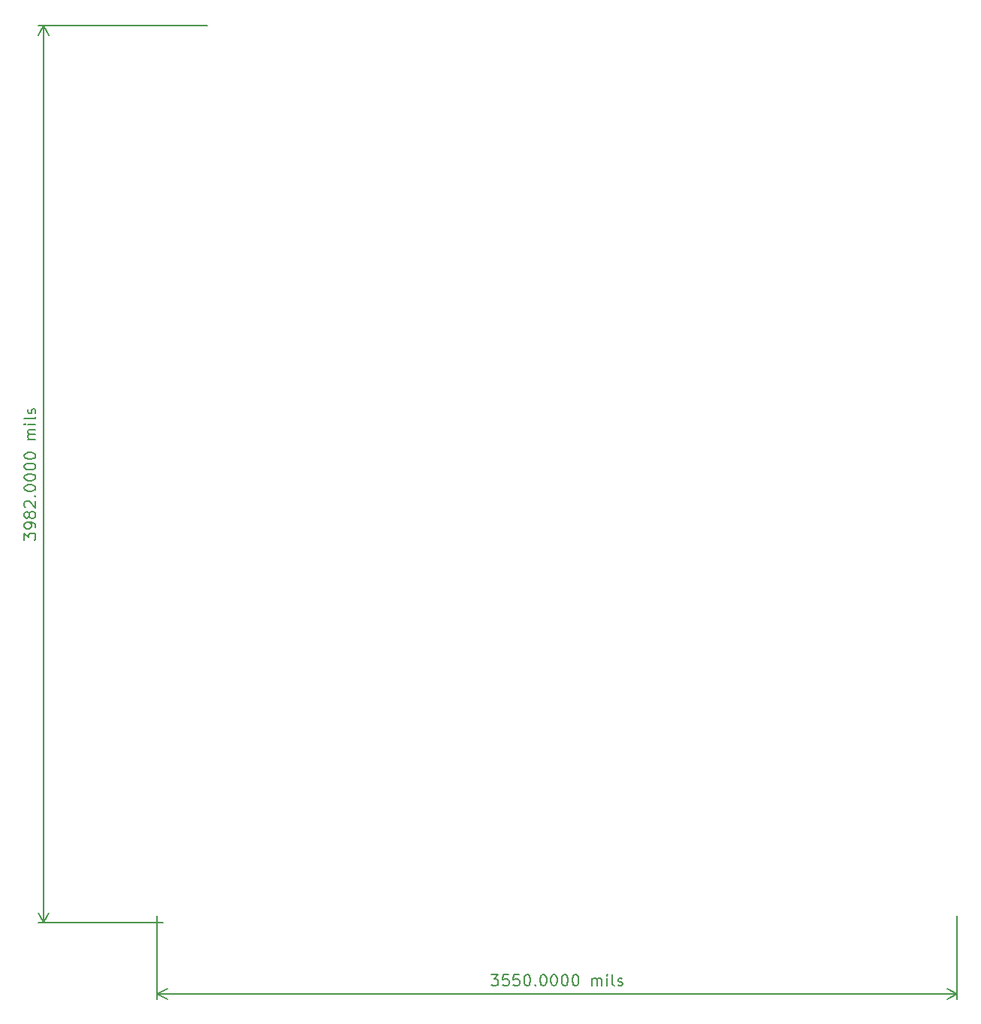
<source format=gbr>
%TF.GenerationSoftware,KiCad,Pcbnew,7.0.5*%
%TF.CreationDate,2023-06-28T17:56:54-04:00*%
%TF.ProjectId,magnetotorqer-drive-board,6d61676e-6574-46f7-946f-727165722d64,A*%
%TF.SameCoordinates,Original*%
%TF.FileFunction,OtherDrawing,Comment*%
%FSLAX46Y46*%
G04 Gerber Fmt 4.6, Leading zero omitted, Abs format (unit mm)*
G04 Created by KiCad (PCBNEW 7.0.5) date 2023-06-28 17:56:54*
%MOMM*%
%LPD*%
G01*
G04 APERTURE LIST*
%ADD10C,0.203200*%
%ADD11C,0.150000*%
G04 APERTURE END LIST*
D10*
X48513041Y-109267171D02*
X48513041Y-108480980D01*
X48513041Y-108480980D02*
X48996850Y-108904314D01*
X48996850Y-108904314D02*
X48996850Y-108722885D01*
X48996850Y-108722885D02*
X49057326Y-108601933D01*
X49057326Y-108601933D02*
X49117803Y-108541457D01*
X49117803Y-108541457D02*
X49238755Y-108480980D01*
X49238755Y-108480980D02*
X49541136Y-108480980D01*
X49541136Y-108480980D02*
X49662088Y-108541457D01*
X49662088Y-108541457D02*
X49722565Y-108601933D01*
X49722565Y-108601933D02*
X49783041Y-108722885D01*
X49783041Y-108722885D02*
X49783041Y-109085742D01*
X49783041Y-109085742D02*
X49722565Y-109206695D01*
X49722565Y-109206695D02*
X49662088Y-109267171D01*
X49783041Y-107876218D02*
X49783041Y-107634314D01*
X49783041Y-107634314D02*
X49722565Y-107513361D01*
X49722565Y-107513361D02*
X49662088Y-107452885D01*
X49662088Y-107452885D02*
X49480660Y-107331933D01*
X49480660Y-107331933D02*
X49238755Y-107271456D01*
X49238755Y-107271456D02*
X48754945Y-107271456D01*
X48754945Y-107271456D02*
X48633993Y-107331933D01*
X48633993Y-107331933D02*
X48573517Y-107392409D01*
X48573517Y-107392409D02*
X48513041Y-107513361D01*
X48513041Y-107513361D02*
X48513041Y-107755266D01*
X48513041Y-107755266D02*
X48573517Y-107876218D01*
X48573517Y-107876218D02*
X48633993Y-107936695D01*
X48633993Y-107936695D02*
X48754945Y-107997171D01*
X48754945Y-107997171D02*
X49057326Y-107997171D01*
X49057326Y-107997171D02*
X49178279Y-107936695D01*
X49178279Y-107936695D02*
X49238755Y-107876218D01*
X49238755Y-107876218D02*
X49299231Y-107755266D01*
X49299231Y-107755266D02*
X49299231Y-107513361D01*
X49299231Y-107513361D02*
X49238755Y-107392409D01*
X49238755Y-107392409D02*
X49178279Y-107331933D01*
X49178279Y-107331933D02*
X49057326Y-107271456D01*
X49057326Y-106545742D02*
X48996850Y-106666694D01*
X48996850Y-106666694D02*
X48936374Y-106727171D01*
X48936374Y-106727171D02*
X48815422Y-106787647D01*
X48815422Y-106787647D02*
X48754945Y-106787647D01*
X48754945Y-106787647D02*
X48633993Y-106727171D01*
X48633993Y-106727171D02*
X48573517Y-106666694D01*
X48573517Y-106666694D02*
X48513041Y-106545742D01*
X48513041Y-106545742D02*
X48513041Y-106303837D01*
X48513041Y-106303837D02*
X48573517Y-106182885D01*
X48573517Y-106182885D02*
X48633993Y-106122409D01*
X48633993Y-106122409D02*
X48754945Y-106061932D01*
X48754945Y-106061932D02*
X48815422Y-106061932D01*
X48815422Y-106061932D02*
X48936374Y-106122409D01*
X48936374Y-106122409D02*
X48996850Y-106182885D01*
X48996850Y-106182885D02*
X49057326Y-106303837D01*
X49057326Y-106303837D02*
X49057326Y-106545742D01*
X49057326Y-106545742D02*
X49117803Y-106666694D01*
X49117803Y-106666694D02*
X49178279Y-106727171D01*
X49178279Y-106727171D02*
X49299231Y-106787647D01*
X49299231Y-106787647D02*
X49541136Y-106787647D01*
X49541136Y-106787647D02*
X49662088Y-106727171D01*
X49662088Y-106727171D02*
X49722565Y-106666694D01*
X49722565Y-106666694D02*
X49783041Y-106545742D01*
X49783041Y-106545742D02*
X49783041Y-106303837D01*
X49783041Y-106303837D02*
X49722565Y-106182885D01*
X49722565Y-106182885D02*
X49662088Y-106122409D01*
X49662088Y-106122409D02*
X49541136Y-106061932D01*
X49541136Y-106061932D02*
X49299231Y-106061932D01*
X49299231Y-106061932D02*
X49178279Y-106122409D01*
X49178279Y-106122409D02*
X49117803Y-106182885D01*
X49117803Y-106182885D02*
X49057326Y-106303837D01*
X48633993Y-105578123D02*
X48573517Y-105517647D01*
X48573517Y-105517647D02*
X48513041Y-105396694D01*
X48513041Y-105396694D02*
X48513041Y-105094313D01*
X48513041Y-105094313D02*
X48573517Y-104973361D01*
X48573517Y-104973361D02*
X48633993Y-104912885D01*
X48633993Y-104912885D02*
X48754945Y-104852408D01*
X48754945Y-104852408D02*
X48875898Y-104852408D01*
X48875898Y-104852408D02*
X49057326Y-104912885D01*
X49057326Y-104912885D02*
X49783041Y-105638599D01*
X49783041Y-105638599D02*
X49783041Y-104852408D01*
X49662088Y-104308123D02*
X49722565Y-104247646D01*
X49722565Y-104247646D02*
X49783041Y-104308123D01*
X49783041Y-104308123D02*
X49722565Y-104368599D01*
X49722565Y-104368599D02*
X49662088Y-104308123D01*
X49662088Y-104308123D02*
X49783041Y-104308123D01*
X48513041Y-103461456D02*
X48513041Y-103340503D01*
X48513041Y-103340503D02*
X48573517Y-103219551D01*
X48573517Y-103219551D02*
X48633993Y-103159075D01*
X48633993Y-103159075D02*
X48754945Y-103098599D01*
X48754945Y-103098599D02*
X48996850Y-103038122D01*
X48996850Y-103038122D02*
X49299231Y-103038122D01*
X49299231Y-103038122D02*
X49541136Y-103098599D01*
X49541136Y-103098599D02*
X49662088Y-103159075D01*
X49662088Y-103159075D02*
X49722565Y-103219551D01*
X49722565Y-103219551D02*
X49783041Y-103340503D01*
X49783041Y-103340503D02*
X49783041Y-103461456D01*
X49783041Y-103461456D02*
X49722565Y-103582408D01*
X49722565Y-103582408D02*
X49662088Y-103642884D01*
X49662088Y-103642884D02*
X49541136Y-103703361D01*
X49541136Y-103703361D02*
X49299231Y-103763837D01*
X49299231Y-103763837D02*
X48996850Y-103763837D01*
X48996850Y-103763837D02*
X48754945Y-103703361D01*
X48754945Y-103703361D02*
X48633993Y-103642884D01*
X48633993Y-103642884D02*
X48573517Y-103582408D01*
X48573517Y-103582408D02*
X48513041Y-103461456D01*
X48513041Y-102251932D02*
X48513041Y-102130979D01*
X48513041Y-102130979D02*
X48573517Y-102010027D01*
X48573517Y-102010027D02*
X48633993Y-101949551D01*
X48633993Y-101949551D02*
X48754945Y-101889075D01*
X48754945Y-101889075D02*
X48996850Y-101828598D01*
X48996850Y-101828598D02*
X49299231Y-101828598D01*
X49299231Y-101828598D02*
X49541136Y-101889075D01*
X49541136Y-101889075D02*
X49662088Y-101949551D01*
X49662088Y-101949551D02*
X49722565Y-102010027D01*
X49722565Y-102010027D02*
X49783041Y-102130979D01*
X49783041Y-102130979D02*
X49783041Y-102251932D01*
X49783041Y-102251932D02*
X49722565Y-102372884D01*
X49722565Y-102372884D02*
X49662088Y-102433360D01*
X49662088Y-102433360D02*
X49541136Y-102493837D01*
X49541136Y-102493837D02*
X49299231Y-102554313D01*
X49299231Y-102554313D02*
X48996850Y-102554313D01*
X48996850Y-102554313D02*
X48754945Y-102493837D01*
X48754945Y-102493837D02*
X48633993Y-102433360D01*
X48633993Y-102433360D02*
X48573517Y-102372884D01*
X48573517Y-102372884D02*
X48513041Y-102251932D01*
X48513041Y-101042408D02*
X48513041Y-100921455D01*
X48513041Y-100921455D02*
X48573517Y-100800503D01*
X48573517Y-100800503D02*
X48633993Y-100740027D01*
X48633993Y-100740027D02*
X48754945Y-100679551D01*
X48754945Y-100679551D02*
X48996850Y-100619074D01*
X48996850Y-100619074D02*
X49299231Y-100619074D01*
X49299231Y-100619074D02*
X49541136Y-100679551D01*
X49541136Y-100679551D02*
X49662088Y-100740027D01*
X49662088Y-100740027D02*
X49722565Y-100800503D01*
X49722565Y-100800503D02*
X49783041Y-100921455D01*
X49783041Y-100921455D02*
X49783041Y-101042408D01*
X49783041Y-101042408D02*
X49722565Y-101163360D01*
X49722565Y-101163360D02*
X49662088Y-101223836D01*
X49662088Y-101223836D02*
X49541136Y-101284313D01*
X49541136Y-101284313D02*
X49299231Y-101344789D01*
X49299231Y-101344789D02*
X48996850Y-101344789D01*
X48996850Y-101344789D02*
X48754945Y-101284313D01*
X48754945Y-101284313D02*
X48633993Y-101223836D01*
X48633993Y-101223836D02*
X48573517Y-101163360D01*
X48573517Y-101163360D02*
X48513041Y-101042408D01*
X48513041Y-99832884D02*
X48513041Y-99711931D01*
X48513041Y-99711931D02*
X48573517Y-99590979D01*
X48573517Y-99590979D02*
X48633993Y-99530503D01*
X48633993Y-99530503D02*
X48754945Y-99470027D01*
X48754945Y-99470027D02*
X48996850Y-99409550D01*
X48996850Y-99409550D02*
X49299231Y-99409550D01*
X49299231Y-99409550D02*
X49541136Y-99470027D01*
X49541136Y-99470027D02*
X49662088Y-99530503D01*
X49662088Y-99530503D02*
X49722565Y-99590979D01*
X49722565Y-99590979D02*
X49783041Y-99711931D01*
X49783041Y-99711931D02*
X49783041Y-99832884D01*
X49783041Y-99832884D02*
X49722565Y-99953836D01*
X49722565Y-99953836D02*
X49662088Y-100014312D01*
X49662088Y-100014312D02*
X49541136Y-100074789D01*
X49541136Y-100074789D02*
X49299231Y-100135265D01*
X49299231Y-100135265D02*
X48996850Y-100135265D01*
X48996850Y-100135265D02*
X48754945Y-100074789D01*
X48754945Y-100074789D02*
X48633993Y-100014312D01*
X48633993Y-100014312D02*
X48573517Y-99953836D01*
X48573517Y-99953836D02*
X48513041Y-99832884D01*
X49783041Y-97897646D02*
X48936374Y-97897646D01*
X49057326Y-97897646D02*
X48996850Y-97837169D01*
X48996850Y-97837169D02*
X48936374Y-97716217D01*
X48936374Y-97716217D02*
X48936374Y-97534788D01*
X48936374Y-97534788D02*
X48996850Y-97413836D01*
X48996850Y-97413836D02*
X49117803Y-97353360D01*
X49117803Y-97353360D02*
X49783041Y-97353360D01*
X49117803Y-97353360D02*
X48996850Y-97292884D01*
X48996850Y-97292884D02*
X48936374Y-97171931D01*
X48936374Y-97171931D02*
X48936374Y-96990503D01*
X48936374Y-96990503D02*
X48996850Y-96869550D01*
X48996850Y-96869550D02*
X49117803Y-96809074D01*
X49117803Y-96809074D02*
X49783041Y-96809074D01*
X49783041Y-96204313D02*
X48936374Y-96204313D01*
X48513041Y-96204313D02*
X48573517Y-96264789D01*
X48573517Y-96264789D02*
X48633993Y-96204313D01*
X48633993Y-96204313D02*
X48573517Y-96143836D01*
X48573517Y-96143836D02*
X48513041Y-96204313D01*
X48513041Y-96204313D02*
X48633993Y-96204313D01*
X49783041Y-95418122D02*
X49722565Y-95539074D01*
X49722565Y-95539074D02*
X49601612Y-95599551D01*
X49601612Y-95599551D02*
X48513041Y-95599551D01*
X49722565Y-94994789D02*
X49783041Y-94873836D01*
X49783041Y-94873836D02*
X49783041Y-94631932D01*
X49783041Y-94631932D02*
X49722565Y-94510979D01*
X49722565Y-94510979D02*
X49601612Y-94450503D01*
X49601612Y-94450503D02*
X49541136Y-94450503D01*
X49541136Y-94450503D02*
X49420184Y-94510979D01*
X49420184Y-94510979D02*
X49359707Y-94631932D01*
X49359707Y-94631932D02*
X49359707Y-94813360D01*
X49359707Y-94813360D02*
X49299231Y-94934313D01*
X49299231Y-94934313D02*
X49178279Y-94994789D01*
X49178279Y-94994789D02*
X49117803Y-94994789D01*
X49117803Y-94994789D02*
X48996850Y-94934313D01*
X48996850Y-94934313D02*
X48936374Y-94813360D01*
X48936374Y-94813360D02*
X48936374Y-94631932D01*
X48936374Y-94631932D02*
X48996850Y-94510979D01*
D11*
X64117600Y-152400000D02*
X50092862Y-152400000D01*
X50092862Y-51257200D02*
X69172200Y-51257200D01*
X50679282Y-152400000D02*
X50679282Y-51257200D01*
X50679282Y-152400000D02*
X50679282Y-51257200D01*
X50679282Y-152400000D02*
X50092861Y-151273496D01*
X50679282Y-152400000D02*
X51265703Y-151273496D01*
X50679282Y-51257200D02*
X51265703Y-52383704D01*
X50679282Y-51257200D02*
X50092861Y-52383704D01*
D10*
X101146428Y-158234759D02*
X101932619Y-158234759D01*
X101932619Y-158234759D02*
X101509285Y-158718568D01*
X101509285Y-158718568D02*
X101690714Y-158718568D01*
X101690714Y-158718568D02*
X101811666Y-158779044D01*
X101811666Y-158779044D02*
X101872142Y-158839521D01*
X101872142Y-158839521D02*
X101932619Y-158960473D01*
X101932619Y-158960473D02*
X101932619Y-159262854D01*
X101932619Y-159262854D02*
X101872142Y-159383806D01*
X101872142Y-159383806D02*
X101811666Y-159444283D01*
X101811666Y-159444283D02*
X101690714Y-159504759D01*
X101690714Y-159504759D02*
X101327857Y-159504759D01*
X101327857Y-159504759D02*
X101206904Y-159444283D01*
X101206904Y-159444283D02*
X101146428Y-159383806D01*
X103081666Y-158234759D02*
X102476904Y-158234759D01*
X102476904Y-158234759D02*
X102416428Y-158839521D01*
X102416428Y-158839521D02*
X102476904Y-158779044D01*
X102476904Y-158779044D02*
X102597857Y-158718568D01*
X102597857Y-158718568D02*
X102900238Y-158718568D01*
X102900238Y-158718568D02*
X103021190Y-158779044D01*
X103021190Y-158779044D02*
X103081666Y-158839521D01*
X103081666Y-158839521D02*
X103142143Y-158960473D01*
X103142143Y-158960473D02*
X103142143Y-159262854D01*
X103142143Y-159262854D02*
X103081666Y-159383806D01*
X103081666Y-159383806D02*
X103021190Y-159444283D01*
X103021190Y-159444283D02*
X102900238Y-159504759D01*
X102900238Y-159504759D02*
X102597857Y-159504759D01*
X102597857Y-159504759D02*
X102476904Y-159444283D01*
X102476904Y-159444283D02*
X102416428Y-159383806D01*
X104291190Y-158234759D02*
X103686428Y-158234759D01*
X103686428Y-158234759D02*
X103625952Y-158839521D01*
X103625952Y-158839521D02*
X103686428Y-158779044D01*
X103686428Y-158779044D02*
X103807381Y-158718568D01*
X103807381Y-158718568D02*
X104109762Y-158718568D01*
X104109762Y-158718568D02*
X104230714Y-158779044D01*
X104230714Y-158779044D02*
X104291190Y-158839521D01*
X104291190Y-158839521D02*
X104351667Y-158960473D01*
X104351667Y-158960473D02*
X104351667Y-159262854D01*
X104351667Y-159262854D02*
X104291190Y-159383806D01*
X104291190Y-159383806D02*
X104230714Y-159444283D01*
X104230714Y-159444283D02*
X104109762Y-159504759D01*
X104109762Y-159504759D02*
X103807381Y-159504759D01*
X103807381Y-159504759D02*
X103686428Y-159444283D01*
X103686428Y-159444283D02*
X103625952Y-159383806D01*
X105137857Y-158234759D02*
X105258810Y-158234759D01*
X105258810Y-158234759D02*
X105379762Y-158295235D01*
X105379762Y-158295235D02*
X105440238Y-158355711D01*
X105440238Y-158355711D02*
X105500714Y-158476663D01*
X105500714Y-158476663D02*
X105561191Y-158718568D01*
X105561191Y-158718568D02*
X105561191Y-159020949D01*
X105561191Y-159020949D02*
X105500714Y-159262854D01*
X105500714Y-159262854D02*
X105440238Y-159383806D01*
X105440238Y-159383806D02*
X105379762Y-159444283D01*
X105379762Y-159444283D02*
X105258810Y-159504759D01*
X105258810Y-159504759D02*
X105137857Y-159504759D01*
X105137857Y-159504759D02*
X105016905Y-159444283D01*
X105016905Y-159444283D02*
X104956429Y-159383806D01*
X104956429Y-159383806D02*
X104895952Y-159262854D01*
X104895952Y-159262854D02*
X104835476Y-159020949D01*
X104835476Y-159020949D02*
X104835476Y-158718568D01*
X104835476Y-158718568D02*
X104895952Y-158476663D01*
X104895952Y-158476663D02*
X104956429Y-158355711D01*
X104956429Y-158355711D02*
X105016905Y-158295235D01*
X105016905Y-158295235D02*
X105137857Y-158234759D01*
X106105476Y-159383806D02*
X106165953Y-159444283D01*
X106165953Y-159444283D02*
X106105476Y-159504759D01*
X106105476Y-159504759D02*
X106045000Y-159444283D01*
X106045000Y-159444283D02*
X106105476Y-159383806D01*
X106105476Y-159383806D02*
X106105476Y-159504759D01*
X106952143Y-158234759D02*
X107073096Y-158234759D01*
X107073096Y-158234759D02*
X107194048Y-158295235D01*
X107194048Y-158295235D02*
X107254524Y-158355711D01*
X107254524Y-158355711D02*
X107315000Y-158476663D01*
X107315000Y-158476663D02*
X107375477Y-158718568D01*
X107375477Y-158718568D02*
X107375477Y-159020949D01*
X107375477Y-159020949D02*
X107315000Y-159262854D01*
X107315000Y-159262854D02*
X107254524Y-159383806D01*
X107254524Y-159383806D02*
X107194048Y-159444283D01*
X107194048Y-159444283D02*
X107073096Y-159504759D01*
X107073096Y-159504759D02*
X106952143Y-159504759D01*
X106952143Y-159504759D02*
X106831191Y-159444283D01*
X106831191Y-159444283D02*
X106770715Y-159383806D01*
X106770715Y-159383806D02*
X106710238Y-159262854D01*
X106710238Y-159262854D02*
X106649762Y-159020949D01*
X106649762Y-159020949D02*
X106649762Y-158718568D01*
X106649762Y-158718568D02*
X106710238Y-158476663D01*
X106710238Y-158476663D02*
X106770715Y-158355711D01*
X106770715Y-158355711D02*
X106831191Y-158295235D01*
X106831191Y-158295235D02*
X106952143Y-158234759D01*
X108161667Y-158234759D02*
X108282620Y-158234759D01*
X108282620Y-158234759D02*
X108403572Y-158295235D01*
X108403572Y-158295235D02*
X108464048Y-158355711D01*
X108464048Y-158355711D02*
X108524524Y-158476663D01*
X108524524Y-158476663D02*
X108585001Y-158718568D01*
X108585001Y-158718568D02*
X108585001Y-159020949D01*
X108585001Y-159020949D02*
X108524524Y-159262854D01*
X108524524Y-159262854D02*
X108464048Y-159383806D01*
X108464048Y-159383806D02*
X108403572Y-159444283D01*
X108403572Y-159444283D02*
X108282620Y-159504759D01*
X108282620Y-159504759D02*
X108161667Y-159504759D01*
X108161667Y-159504759D02*
X108040715Y-159444283D01*
X108040715Y-159444283D02*
X107980239Y-159383806D01*
X107980239Y-159383806D02*
X107919762Y-159262854D01*
X107919762Y-159262854D02*
X107859286Y-159020949D01*
X107859286Y-159020949D02*
X107859286Y-158718568D01*
X107859286Y-158718568D02*
X107919762Y-158476663D01*
X107919762Y-158476663D02*
X107980239Y-158355711D01*
X107980239Y-158355711D02*
X108040715Y-158295235D01*
X108040715Y-158295235D02*
X108161667Y-158234759D01*
X109371191Y-158234759D02*
X109492144Y-158234759D01*
X109492144Y-158234759D02*
X109613096Y-158295235D01*
X109613096Y-158295235D02*
X109673572Y-158355711D01*
X109673572Y-158355711D02*
X109734048Y-158476663D01*
X109734048Y-158476663D02*
X109794525Y-158718568D01*
X109794525Y-158718568D02*
X109794525Y-159020949D01*
X109794525Y-159020949D02*
X109734048Y-159262854D01*
X109734048Y-159262854D02*
X109673572Y-159383806D01*
X109673572Y-159383806D02*
X109613096Y-159444283D01*
X109613096Y-159444283D02*
X109492144Y-159504759D01*
X109492144Y-159504759D02*
X109371191Y-159504759D01*
X109371191Y-159504759D02*
X109250239Y-159444283D01*
X109250239Y-159444283D02*
X109189763Y-159383806D01*
X109189763Y-159383806D02*
X109129286Y-159262854D01*
X109129286Y-159262854D02*
X109068810Y-159020949D01*
X109068810Y-159020949D02*
X109068810Y-158718568D01*
X109068810Y-158718568D02*
X109129286Y-158476663D01*
X109129286Y-158476663D02*
X109189763Y-158355711D01*
X109189763Y-158355711D02*
X109250239Y-158295235D01*
X109250239Y-158295235D02*
X109371191Y-158234759D01*
X110580715Y-158234759D02*
X110701668Y-158234759D01*
X110701668Y-158234759D02*
X110822620Y-158295235D01*
X110822620Y-158295235D02*
X110883096Y-158355711D01*
X110883096Y-158355711D02*
X110943572Y-158476663D01*
X110943572Y-158476663D02*
X111004049Y-158718568D01*
X111004049Y-158718568D02*
X111004049Y-159020949D01*
X111004049Y-159020949D02*
X110943572Y-159262854D01*
X110943572Y-159262854D02*
X110883096Y-159383806D01*
X110883096Y-159383806D02*
X110822620Y-159444283D01*
X110822620Y-159444283D02*
X110701668Y-159504759D01*
X110701668Y-159504759D02*
X110580715Y-159504759D01*
X110580715Y-159504759D02*
X110459763Y-159444283D01*
X110459763Y-159444283D02*
X110399287Y-159383806D01*
X110399287Y-159383806D02*
X110338810Y-159262854D01*
X110338810Y-159262854D02*
X110278334Y-159020949D01*
X110278334Y-159020949D02*
X110278334Y-158718568D01*
X110278334Y-158718568D02*
X110338810Y-158476663D01*
X110338810Y-158476663D02*
X110399287Y-158355711D01*
X110399287Y-158355711D02*
X110459763Y-158295235D01*
X110459763Y-158295235D02*
X110580715Y-158234759D01*
X112515953Y-159504759D02*
X112515953Y-158658092D01*
X112515953Y-158779044D02*
X112576430Y-158718568D01*
X112576430Y-158718568D02*
X112697382Y-158658092D01*
X112697382Y-158658092D02*
X112878811Y-158658092D01*
X112878811Y-158658092D02*
X112999763Y-158718568D01*
X112999763Y-158718568D02*
X113060239Y-158839521D01*
X113060239Y-158839521D02*
X113060239Y-159504759D01*
X113060239Y-158839521D02*
X113120715Y-158718568D01*
X113120715Y-158718568D02*
X113241668Y-158658092D01*
X113241668Y-158658092D02*
X113423096Y-158658092D01*
X113423096Y-158658092D02*
X113544049Y-158718568D01*
X113544049Y-158718568D02*
X113604525Y-158839521D01*
X113604525Y-158839521D02*
X113604525Y-159504759D01*
X114209286Y-159504759D02*
X114209286Y-158658092D01*
X114209286Y-158234759D02*
X114148810Y-158295235D01*
X114148810Y-158295235D02*
X114209286Y-158355711D01*
X114209286Y-158355711D02*
X114269763Y-158295235D01*
X114269763Y-158295235D02*
X114209286Y-158234759D01*
X114209286Y-158234759D02*
X114209286Y-158355711D01*
X114995477Y-159504759D02*
X114874525Y-159444283D01*
X114874525Y-159444283D02*
X114814048Y-159323330D01*
X114814048Y-159323330D02*
X114814048Y-158234759D01*
X115418810Y-159444283D02*
X115539763Y-159504759D01*
X115539763Y-159504759D02*
X115781667Y-159504759D01*
X115781667Y-159504759D02*
X115902620Y-159444283D01*
X115902620Y-159444283D02*
X115963096Y-159323330D01*
X115963096Y-159323330D02*
X115963096Y-159262854D01*
X115963096Y-159262854D02*
X115902620Y-159141902D01*
X115902620Y-159141902D02*
X115781667Y-159081425D01*
X115781667Y-159081425D02*
X115600239Y-159081425D01*
X115600239Y-159081425D02*
X115479286Y-159020949D01*
X115479286Y-159020949D02*
X115418810Y-158899997D01*
X115418810Y-158899997D02*
X115418810Y-158839521D01*
X115418810Y-158839521D02*
X115479286Y-158718568D01*
X115479286Y-158718568D02*
X115600239Y-158658092D01*
X115600239Y-158658092D02*
X115781667Y-158658092D01*
X115781667Y-158658092D02*
X115902620Y-158718568D01*
D11*
X63500000Y-151630000D02*
X63500000Y-160987420D01*
X153670000Y-160987420D02*
X153670000Y-151630000D01*
X63500000Y-160401000D02*
X153670000Y-160401000D01*
X63500000Y-160401000D02*
X153670000Y-160401000D01*
X63500000Y-160401000D02*
X64626504Y-159814579D01*
X63500000Y-160401000D02*
X64626504Y-160987421D01*
X153670000Y-160401000D02*
X152543496Y-160987421D01*
X153670000Y-160401000D02*
X152543496Y-159814579D01*
M02*

</source>
